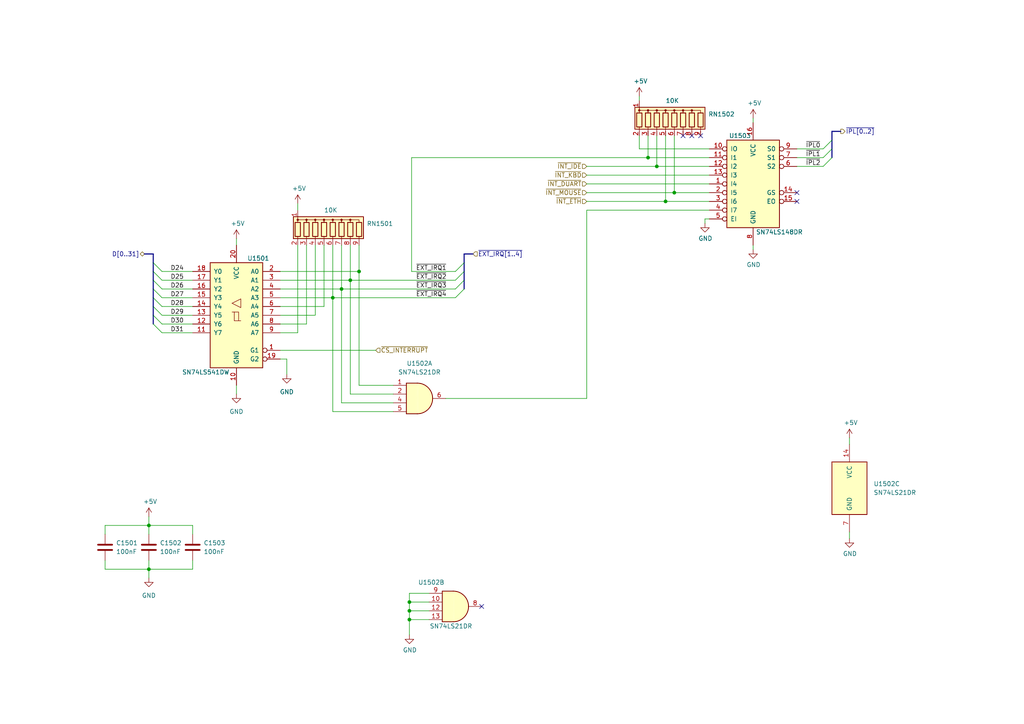
<source format=kicad_sch>
(kicad_sch (version 20211123) (generator eeschema)
  (paper "A4")
  (lib_symbols
    (symbol "74xx:74LS148" (pin_names (offset 1.016))
      (property "Reference" "U" (at -7.62 13.97 0))
      (property "Value" "74LS148" (at -7.62 -13.97 0))
      (symbol "74LS148_1_0"
        (pin input inverted (at -12.7 0 0) (length 5.08) (name "I4") (number "1"))
        (pin input inverted (at -12.7 10.16 0) (length 5.08) (name "IO") (number "10"))
        (pin input inverted (at -12.7 7.62 0) (length 5.08) (name "I1") (number "11"))
        (pin input inverted (at -12.7 5.08 0) (length 5.08) (name "I2") (number "12"))
        (pin input inverted (at -12.7 2.54 0) (length 5.08) (name "I3") (number "13"))
        (pin output inverted (at 12.7 -2.54 180) (length 5.08) (name "GS") (number "14"))
        (pin output inverted (at 12.7 -5.08 180) (length 5.08) (name "EO") (number "15"))
        (pin power_in line (at 0 17.78 270) (length 5.08) (name "VCC") (number "16"))
        (pin input inverted (at -12.7 -2.54 0) (length 5.08) (name "I5") (number "2"))
        (pin input inverted (at -12.7 -5.08 0) (length 5.08) (name "I6") (number "3"))
        (pin input inverted (at -12.7 -7.62 0) (length 5.08) (name "I7") (number "4"))
        (pin input inverted (at -12.7 -10.16 0) (length 5.08) (name "EI") (number "5"))
        (pin output inverted (at 12.7 5.08 180) (length 5.08) (name "S2") (number "6"))
        (pin output inverted (at 12.7 7.62 180) (length 5.08) (name "S1") (number "7"))
        (pin power_in line (at 0 -17.78 90) (length 5.08) (name "GND") (number "8"))
        (pin output inverted (at 12.7 10.16 180) (length 5.08) (name "S0") (number "9"))
      )
      (symbol "74LS148_1_1"
        (rectangle (start -7.62 12.7) (end 7.62 -12.7) (stroke (width 0.254)) (fill (type background)))
      )
    )
    (symbol "74xx:74LS21" (pin_names (offset 1.016))
      (property "Reference" "U" (at 0 1.27 0))
      (property "Value" "74LS21" (at 0 -1.27 0))
      (symbol "74LS21_1_1"
        (arc (start -0.635 -4.445) (mid 3.81 0) (end -0.635 4.445) (stroke (width 0.254)) (fill (type background)))
        (polyline (pts (xy -0.635 4.445) (xy -3.81 4.445) (xy -3.81 -4.445) (xy -0.635 -4.445)) (stroke (width 0.254)) (fill (type background)))
        (pin input line (at -7.62 3.81 0) (length 3.81) (name "~") (number "1"))
        (pin input line (at -7.62 1.27 0) (length 3.81) (name "~") (number "2"))
        (pin input line (at -7.62 -1.27 0) (length 3.81) (name "~") (number "4"))
        (pin input line (at -7.62 -3.81 0) (length 3.81) (name "~") (number "5"))
        (pin output line (at 7.62 0 180) (length 3.81) (name "~") (number "6"))
      )
      (symbol "74LS21_1_2"
        (arc (start -3.81 -4.445) (mid -2.5908 0) (end -3.81 4.445) (stroke (width 0.254)))
        (arc (start -0.6096 -4.445) (mid 2.2246 -2.8422) (end 3.81 0) (stroke (width 0.254)) (fill (type background)))
        (polyline (pts (xy -3.81 -4.445) (xy -0.635 -4.445)) (stroke (width 0.254)) (fill (type background)))
        (polyline (pts (xy -3.81 4.445) (xy -0.635 4.445)) (stroke (width 0.254)) (fill (type background)))
        (polyline (pts (xy -0.635 4.445) (xy -3.81 4.445) (xy -3.81 4.445) (xy -3.6322 4.0894) (xy -3.0988 2.921) (xy -2.7686 1.6764) (xy -2.6162 0.4318) (xy -2.6416 -0.8636) (xy -2.8702 -2.1082) (xy -3.2512 -3.3274) (xy -3.81 -4.445) (xy -3.81 -4.445) (xy -0.635 -4.445)) (stroke (width -25.4)) (fill (type background)))
        (arc (start 3.81 0) (mid 2.2204 2.8379) (end -0.6096 4.445) (stroke (width 0.254)) (fill (type background)))
        (pin input inverted (at -7.62 3.81 0) (length 3.81) (name "~") (number "1"))
        (pin input inverted (at -7.62 1.27 0) (length 4.826) (name "~") (number "2"))
        (pin input inverted (at -7.62 -1.27 0) (length 4.826) (name "~") (number "4"))
        (pin input inverted (at -7.62 -3.81 0) (length 3.81) (name "~") (number "5"))
        (pin output inverted (at 7.62 0 180) (length 3.81) (name "~") (number "6"))
      )
      (symbol "74LS21_2_1"
        (arc (start -0.635 -4.445) (mid 3.81 0) (end -0.635 4.445) (stroke (width 0.254)) (fill (type background)))
        (polyline (pts (xy -0.635 4.445) (xy -3.81 4.445) (xy -3.81 -4.445) (xy -0.635 -4.445)) (stroke (width 0.254)) (fill (type background)))
        (pin input line (at -7.62 1.27 0) (length 3.81) (name "~") (number "10"))
        (pin input line (at -7.62 -1.27 0) (length 3.81) (name "~") (number "12"))
        (pin input line (at -7.62 -3.81 0) (length 3.81) (name "~") (number "13"))
        (pin output line (at 7.62 0 180) (length 3.81) (name "~") (number "8"))
        (pin input line (at -7.62 3.81 0) (length 3.81) (name "~") (number "9"))
      )
      (symbol "74LS21_2_2"
        (arc (start -3.81 -4.445) (mid -2.5908 0) (end -3.81 4.445) (stroke (width 0.254)))
        (arc (start -0.6096 -4.445) (mid 2.2246 -2.8422) (end 3.81 0) (stroke (width 0.254)) (fill (type background)))
        (polyline (pts (xy -3.81 -4.445) (xy -0.635 -4.445)) (stroke (width 0.254)) (fill (type background)))
        (polyline (pts (xy -3.81 4.445) (xy -0.635 4.445)) (stroke (width 0.254)) (fill (type background)))
        (polyline (pts (xy -0.635 4.445) (xy -3.81 4.445) (xy -3.81 4.445) (xy -3.6322 4.0894) (xy -3.0988 2.921) (xy -2.7686 1.6764) (xy -2.6162 0.4318) (xy -2.6416 -0.8636) (xy -2.8702 -2.1082) (xy -3.2512 -3.3274) (xy -3.81 -4.445) (xy -3.81 -4.445) (xy -0.635 -4.445)) (stroke (width -25.4)) (fill (type background)))
        (arc (start 3.81 0) (mid 2.2204 2.8379) (end -0.6096 4.445) (stroke (width 0.254)) (fill (type background)))
        (pin input inverted (at -7.62 1.27 0) (length 4.826) (name "~") (number "10"))
        (pin input inverted (at -7.62 -1.27 0) (length 4.826) (name "~") (number "12"))
        (pin input inverted (at -7.62 -3.81 0) (length 3.81) (name "~") (number "13"))
        (pin output inverted (at 7.62 0 180) (length 3.81) (name "~") (number "8"))
        (pin input inverted (at -7.62 3.81 0) (length 3.81) (name "~") (number "9"))
      )
      (symbol "74LS21_3_0"
        (pin power_in line (at 0 12.7 270) (length 5.08) (name "VCC") (number "14"))
        (pin power_in line (at 0 -12.7 90) (length 5.08) (name "GND") (number "7"))
      )
      (symbol "74LS21_3_1"
        (rectangle (start -5.08 7.62) (end 5.08 -7.62) (stroke (width 0.254)) (fill (type background)))
      )
    )
    (symbol "74xx:74LS541" (pin_names (offset 1.016))
      (property "Reference" "U" (at -7.62 16.51 0))
      (property "Value" "74LS541" (at -7.62 -16.51 0))
      (symbol "74LS541_1_0"
        (polyline (pts (xy -0.635 -1.6002) (xy -0.635 0.9398) (xy 0.635 0.9398)))
        (polyline (pts (xy -1.27 -1.6002) (xy 0.635 -1.6002) (xy 0.635 0.9398) (xy 1.27 0.9398)))
        (polyline (pts (xy 1.27 3.4798) (xy -1.27 4.7498) (xy -1.27 2.2098) (xy 1.27 3.4798)) (stroke (width 0.1524)))
        (pin input inverted (at -12.7 -10.16 0) (length 5.08) (name "G1") (number "1"))
        (pin power_in line (at 0 -20.32 90) (length 5.08) (name "GND") (number "10"))
        (pin tri_state line (at 12.7 -5.08 180) (length 5.08) (name "Y7") (number "11"))
        (pin tri_state line (at 12.7 -2.54 180) (length 5.08) (name "Y6") (number "12"))
        (pin tri_state line (at 12.7 0 180) (length 5.08) (name "Y5") (number "13"))
        (pin tri_state line (at 12.7 2.54 180) (length 5.08) (name "Y4") (number "14"))
        (pin tri_state line (at 12.7 5.08 180) (length 5.08) (name "Y3") (number "15"))
        (pin tri_state line (at 12.7 7.62 180) (length 5.08) (name "Y2") (number "16"))
        (pin tri_state line (at 12.7 10.16 180) (length 5.08) (name "Y1") (number "17"))
        (pin tri_state line (at 12.7 12.7 180) (length 5.08) (name "Y0") (number "18"))
        (pin input inverted (at -12.7 -12.7 0) (length 5.08) (name "G2") (number "19"))
        (pin input line (at -12.7 12.7 0) (length 5.08) (name "A0") (number "2"))
        (pin power_in line (at 0 20.32 270) (length 5.08) (name "VCC") (number "20"))
        (pin input line (at -12.7 10.16 0) (length 5.08) (name "A1") (number "3"))
        (pin input line (at -12.7 7.62 0) (length 5.08) (name "A2") (number "4"))
        (pin input line (at -12.7 5.08 0) (length 5.08) (name "A3") (number "5"))
        (pin input line (at -12.7 2.54 0) (length 5.08) (name "A4") (number "6"))
        (pin input line (at -12.7 0 0) (length 5.08) (name "A5") (number "7"))
        (pin input line (at -12.7 -2.54 0) (length 5.08) (name "A6") (number "8"))
        (pin input line (at -12.7 -5.08 0) (length 5.08) (name "A7") (number "9"))
      )
      (symbol "74LS541_1_1"
        (rectangle (start -7.62 15.24) (end 7.62 -15.24) (stroke (width 0.254)) (fill (type background)))
      )
    )
    (symbol "Device:C" (pin_numbers hide) (pin_names (offset 0.254))
      (property "Reference" "C" (at 0.635 2.54 0))
      (property "Value" "C" (at 0.635 -2.54 0))
      (symbol "C_0_1"
        (polyline (pts (xy -2.032 -0.762) (xy 2.032 -0.762)) (stroke (width 0.508)))
        (polyline (pts (xy -2.032 0.762) (xy 2.032 0.762)) (stroke (width 0.508)))
      )
      (symbol "C_1_1"
        (pin passive line (at 0 3.81 270) (length 2.794) (name "~") (number "1"))
        (pin passive line (at 0 -3.81 90) (length 2.794) (name "~") (number "2"))
      )
    )
    (symbol "Device:R_Network08" (pin_names (offset 0) hide)
      (property "Reference" "RN" (at -12.7 0 90))
      (property "Value" "R_Network08" (at 10.16 0 90))
      (symbol "R_Network08_0_1"
        (rectangle (start -11.43 -3.175) (end 8.89 3.175) (stroke (width 0.254)) (fill (type background)))
        (rectangle (start -10.922 1.524) (end -9.398 -2.54) (stroke (width 0.254)))
        (circle (center -10.16 2.286) (radius 0.254) (fill (type outline)))
        (rectangle (start -8.382 1.524) (end -6.858 -2.54) (stroke (width 0.254)))
        (circle (center -7.62 2.286) (radius 0.254) (fill (type outline)))
        (rectangle (start -5.842 1.524) (end -4.318 -2.54) (stroke (width 0.254)))
        (circle (center -5.08 2.286) (radius 0.254) (fill (type outline)))
        (rectangle (start -3.302 1.524) (end -1.778 -2.54) (stroke (width 0.254)))
        (circle (center -2.54 2.286) (radius 0.254) (fill (type outline)))
        (rectangle (start -0.762 1.524) (end 0.762 -2.54) (stroke (width 0.254)))
        (polyline (pts (xy -10.16 -2.54) (xy -10.16 -3.81)))
        (polyline (pts (xy -7.62 -2.54) (xy -7.62 -3.81)))
        (polyline (pts (xy -5.08 -2.54) (xy -5.08 -3.81)))
        (polyline (pts (xy -2.54 -2.54) (xy -2.54 -3.81)))
        (polyline (pts (xy 0 -2.54) (xy 0 -3.81)))
        (polyline (pts (xy 2.54 -2.54) (xy 2.54 -3.81)))
        (polyline (pts (xy 5.08 -2.54) (xy 5.08 -3.81)))
        (polyline (pts (xy 7.62 -2.54) (xy 7.62 -3.81)))
        (polyline (pts (xy -10.16 1.524) (xy -10.16 2.286) (xy -7.62 2.286) (xy -7.62 1.524)))
        (polyline (pts (xy -7.62 1.524) (xy -7.62 2.286) (xy -5.08 2.286) (xy -5.08 1.524)))
        (polyline (pts (xy -5.08 1.524) (xy -5.08 2.286) (xy -2.54 2.286) (xy -2.54 1.524)))
        (polyline (pts (xy -2.54 1.524) (xy -2.54 2.286) (xy 0 2.286) (xy 0 1.524)))
        (polyline (pts (xy 0 1.524) (xy 0 2.286) (xy 2.54 2.286) (xy 2.54 1.524)))
        (polyline (pts (xy 2.54 1.524) (xy 2.54 2.286) (xy 5.08 2.286) (xy 5.08 1.524)))
        (polyline (pts (xy 5.08 1.524) (xy 5.08 2.286) (xy 7.62 2.286) (xy 7.62 1.524)))
        (circle (center 0 2.286) (radius 0.254) (fill (type outline)))
        (rectangle (start 1.778 1.524) (end 3.302 -2.54) (stroke (width 0.254)))
        (circle (center 2.54 2.286) (radius 0.254) (fill (type outline)))
        (rectangle (start 4.318 1.524) (end 5.842 -2.54) (stroke (width 0.254)))
        (circle (center 5.08 2.286) (radius 0.254) (fill (type outline)))
        (rectangle (start 6.858 1.524) (end 8.382 -2.54) (stroke (width 0.254)))
      )
      (symbol "R_Network08_1_1"
        (pin passive line (at -10.16 5.08 270) (length 2.54) (name "common") (number "1"))
        (pin passive line (at -10.16 -5.08 90) (length 1.27) (name "R1") (number "2"))
        (pin passive line (at -7.62 -5.08 90) (length 1.27) (name "R2") (number "3"))
        (pin passive line (at -5.08 -5.08 90) (length 1.27) (name "R3") (number "4"))
        (pin passive line (at -2.54 -5.08 90) (length 1.27) (name "R4") (number "5"))
        (pin passive line (at 0 -5.08 90) (length 1.27) (name "R5") (number "6"))
        (pin passive line (at 2.54 -5.08 90) (length 1.27) (name "R6") (number "7"))
        (pin passive line (at 5.08 -5.08 90) (length 1.27) (name "R7") (number "8"))
        (pin passive line (at 7.62 -5.08 90) (length 1.27) (name "R8") (number "9"))
      )
    )
    (symbol "power:+5V" (power) (pin_names (offset 0))
      (property "Value" "+5V" (at 0 3.556 0))
      (symbol "+5V_0_1"
        (polyline (pts (xy -0.762 1.27) (xy 0 2.54)))
        (polyline (pts (xy 0 0) (xy 0 2.54)))
        (polyline (pts (xy 0 2.54) (xy 0.762 1.27)))
      )
      (symbol "+5V_1_1"
        (pin power_in line (at 0 0 90) (length 0) hide (name "+5V") (number "1"))
      )
    )
    (symbol "power:GND" (power) (pin_names (offset 0))
      (property "Value" "GND" (at 0 -3.81 0))
      (symbol "GND_0_1"
        (polyline (pts (xy 0 0) (xy 0 -1.27) (xy 1.27 -1.27) (xy 0 -2.54) (xy -1.27 -1.27) (xy 0 -1.27)))
      )
      (symbol "GND_1_1"
        (pin power_in line (at 0 0 270) (length 0) hide (name "GND") (number "1"))
      )
    )
  )
  (junction (at 118.745 174.625))
  (junction (at 101.6 81.28))
  (junction (at 43.18 165.1))
  (junction (at 195.58 55.88))
  (junction (at 104.14 78.74))
  (junction (at 190.5 48.26))
  (junction (at 193.04 58.42))
  (junction (at 96.52 86.36))
  (junction (at 118.745 177.165))
  (junction (at 43.18 152.4))
  (junction (at 187.96 45.72))
  (junction (at 99.06 83.82))
  (junction (at 118.745 179.705))
  (no_connect (at 203.2 39.37))
  (no_connect (at 231.14 58.42))
  (no_connect (at 198.12 39.37))
  (no_connect (at 231.14 55.88))
  (no_connect (at 139.7 175.895))
  (no_connect (at 200.66 39.37))
  (bus_entry (at 44.45 86.36) (size 2.54 2.54))
  (bus_entry (at 134.62 81.28) (size -2.54 2.54))
  (bus_entry (at 134.62 78.74) (size -2.54 2.54))
  (bus_entry (at 44.45 83.82) (size 2.54 2.54))
  (bus_entry (at 238.76 43.18) (size 2.54 -2.54))
  (bus_entry (at 134.62 83.82) (size -2.54 2.54))
  (bus_entry (at 44.45 93.98) (size 2.54 2.54))
  (bus_entry (at 44.45 91.44) (size 2.54 2.54))
  (bus_entry (at 44.45 81.28) (size 2.54 2.54))
  (bus_entry (at 44.45 76.2) (size 2.54 2.54))
  (bus_entry (at 44.45 78.74) (size 2.54 2.54))
  (bus_entry (at 134.62 76.2) (size -2.54 2.54))
  (bus_entry (at 241.3 43.18) (size -2.54 2.54))
  (bus_entry (at 44.45 88.9) (size 2.54 2.54))
  (bus_entry (at 241.3 45.72) (size -2.54 2.54))
  (wire (pts (xy 170.18 55.88) (xy 195.58 55.88)))
  (bus (pts (xy 44.45 73.66) (xy 41.91 73.66)))
  (wire (pts (xy 43.18 162.56) (xy 43.18 165.1)))
  (wire (pts (xy 43.18 149.86) (xy 43.18 152.4)))
  (wire (pts (xy 99.06 83.82) (xy 99.06 116.84)))
  (wire (pts (xy 205.74 63.5) (xy 204.47 63.5)))
  (wire (pts (xy 129.286 115.57) (xy 170.18 115.57)))
  (wire (pts (xy 81.28 86.36) (xy 96.52 86.36)))
  (wire (pts (xy 101.6 71.12) (xy 101.6 81.28)))
  (wire (pts (xy 118.745 179.705) (xy 118.745 184.15)))
  (wire (pts (xy 118.745 174.625) (xy 124.46 174.625)))
  (bus (pts (xy 44.45 78.74) (xy 44.45 81.28)))
  (wire (pts (xy 55.88 86.36) (xy 46.99 86.36)))
  (wire (pts (xy 86.36 71.12) (xy 86.36 96.52)))
  (wire (pts (xy 170.18 48.26) (xy 190.5 48.26)))
  (wire (pts (xy 185.42 27.94) (xy 185.42 29.21)))
  (wire (pts (xy 81.28 88.9) (xy 93.98 88.9)))
  (wire (pts (xy 114.046 111.76) (xy 104.14 111.76)))
  (bus (pts (xy 241.3 40.64) (xy 241.3 43.18)))
  (bus (pts (xy 241.3 38.1) (xy 241.3 40.64)))
  (wire (pts (xy 246.38 127) (xy 246.38 128.905)))
  (wire (pts (xy 55.88 78.74) (xy 46.99 78.74)))
  (wire (pts (xy 55.88 91.44) (xy 46.99 91.44)))
  (bus (pts (xy 44.45 91.44) (xy 44.45 93.98)))
  (bus (pts (xy 44.45 73.66) (xy 44.45 76.2)))
  (bus (pts (xy 137.16 73.66) (xy 134.62 73.66)))
  (wire (pts (xy 118.745 177.165) (xy 118.745 174.625)))
  (wire (pts (xy 170.18 50.8) (xy 205.74 50.8)))
  (wire (pts (xy 170.18 60.96) (xy 170.18 115.57)))
  (wire (pts (xy 101.6 81.28) (xy 132.08 81.28)))
  (wire (pts (xy 55.88 162.56) (xy 55.88 165.1)))
  (wire (pts (xy 81.28 101.6) (xy 108.966 101.6)))
  (wire (pts (xy 238.76 45.72) (xy 231.14 45.72)))
  (wire (pts (xy 99.06 83.82) (xy 132.08 83.82)))
  (wire (pts (xy 187.96 39.37) (xy 187.96 45.72)))
  (wire (pts (xy 96.52 86.36) (xy 96.52 119.38)))
  (wire (pts (xy 185.42 43.18) (xy 205.74 43.18)))
  (wire (pts (xy 246.38 154.305) (xy 246.38 156.21)))
  (wire (pts (xy 193.04 39.37) (xy 193.04 58.42)))
  (wire (pts (xy 118.745 177.165) (xy 118.745 179.705)))
  (wire (pts (xy 55.88 152.4) (xy 55.88 154.94)))
  (wire (pts (xy 68.58 69.215) (xy 68.58 71.12)))
  (wire (pts (xy 218.44 72.39) (xy 218.44 71.12)))
  (wire (pts (xy 81.28 93.98) (xy 88.9 93.98)))
  (bus (pts (xy 241.3 43.18) (xy 241.3 45.72)))
  (wire (pts (xy 231.14 48.26) (xy 238.76 48.26)))
  (wire (pts (xy 83.185 104.14) (xy 81.28 104.14)))
  (wire (pts (xy 118.745 174.625) (xy 118.745 172.085)))
  (wire (pts (xy 55.88 81.28) (xy 46.99 81.28)))
  (wire (pts (xy 193.04 58.42) (xy 205.74 58.42)))
  (wire (pts (xy 88.9 71.12) (xy 88.9 93.98)))
  (wire (pts (xy 195.58 55.88) (xy 205.74 55.88)))
  (wire (pts (xy 55.88 96.52) (xy 46.99 96.52)))
  (wire (pts (xy 86.36 59.055) (xy 86.36 60.96)))
  (wire (pts (xy 93.98 71.12) (xy 93.98 88.9)))
  (wire (pts (xy 185.42 39.37) (xy 185.42 43.18)))
  (wire (pts (xy 231.14 43.18) (xy 238.76 43.18)))
  (bus (pts (xy 44.45 88.9) (xy 44.45 91.44)))
  (wire (pts (xy 190.5 39.37) (xy 190.5 48.26)))
  (wire (pts (xy 119.38 45.72) (xy 187.96 45.72)))
  (wire (pts (xy 30.48 165.1) (xy 43.18 165.1)))
  (wire (pts (xy 30.48 162.56) (xy 30.48 165.1)))
  (wire (pts (xy 104.14 111.76) (xy 104.14 78.74)))
  (wire (pts (xy 96.52 86.36) (xy 132.08 86.36)))
  (wire (pts (xy 55.88 88.9) (xy 46.99 88.9)))
  (wire (pts (xy 170.18 58.42) (xy 193.04 58.42)))
  (wire (pts (xy 118.745 172.085) (xy 124.46 172.085)))
  (bus (pts (xy 134.62 81.28) (xy 134.62 83.82)))
  (wire (pts (xy 81.28 91.44) (xy 91.44 91.44)))
  (wire (pts (xy 55.88 93.98) (xy 46.99 93.98)))
  (wire (pts (xy 99.06 116.84) (xy 114.046 116.84)))
  (bus (pts (xy 134.62 78.74) (xy 134.62 81.28)))
  (wire (pts (xy 101.6 114.3) (xy 101.6 81.28)))
  (wire (pts (xy 81.28 96.52) (xy 86.36 96.52)))
  (bus (pts (xy 134.62 73.66) (xy 134.62 76.2)))
  (bus (pts (xy 241.3 38.1) (xy 243.84 38.1)))
  (bus (pts (xy 44.45 86.36) (xy 44.45 88.9)))
  (wire (pts (xy 43.18 165.1) (xy 43.18 167.64)))
  (wire (pts (xy 187.96 45.72) (xy 205.74 45.72)))
  (wire (pts (xy 81.28 78.74) (xy 104.14 78.74)))
  (wire (pts (xy 81.28 81.28) (xy 101.6 81.28)))
  (wire (pts (xy 218.44 34.29) (xy 218.44 35.56)))
  (wire (pts (xy 195.58 39.37) (xy 195.58 55.88)))
  (wire (pts (xy 170.18 53.34) (xy 205.74 53.34)))
  (wire (pts (xy 83.185 108.585) (xy 83.185 104.14)))
  (wire (pts (xy 96.52 71.12) (xy 96.52 86.36)))
  (wire (pts (xy 104.14 71.12) (xy 104.14 78.74)))
  (wire (pts (xy 204.47 63.5) (xy 204.47 64.77)))
  (wire (pts (xy 124.46 179.705) (xy 118.745 179.705)))
  (wire (pts (xy 43.18 165.1) (xy 55.88 165.1)))
  (bus (pts (xy 44.45 83.82) (xy 44.45 86.36)))
  (bus (pts (xy 134.62 76.2) (xy 134.62 78.74)))
  (wire (pts (xy 119.38 78.74) (xy 132.08 78.74)))
  (wire (pts (xy 170.18 60.96) (xy 205.74 60.96)))
  (bus (pts (xy 44.45 81.28) (xy 44.45 83.82)))
  (bus (pts (xy 44.45 76.2) (xy 44.45 78.74)))
  (wire (pts (xy 43.18 152.4) (xy 43.18 154.94)))
  (wire (pts (xy 30.48 152.4) (xy 43.18 152.4)))
  (wire (pts (xy 114.046 114.3) (xy 101.6 114.3)))
  (wire (pts (xy 118.745 177.165) (xy 124.46 177.165)))
  (wire (pts (xy 68.58 111.76) (xy 68.58 114.3)))
  (wire (pts (xy 119.38 78.74) (xy 119.38 45.72)))
  (wire (pts (xy 81.28 83.82) (xy 99.06 83.82)))
  (wire (pts (xy 30.48 152.4) (xy 30.48 154.94)))
  (wire (pts (xy 43.18 152.4) (xy 55.88 152.4)))
  (wire (pts (xy 91.44 71.12) (xy 91.44 91.44)))
  (wire (pts (xy 55.88 83.82) (xy 46.99 83.82)))
  (wire (pts (xy 99.06 71.12) (xy 99.06 83.82)))
  (wire (pts (xy 96.52 119.38) (xy 114.046 119.38)))
  (wire (pts (xy 190.5 48.26) (xy 205.74 48.26)))
  (label "D28" (at 53.34 88.9 180))
  (label "~{EXT_IRQ3}" (at 129.54 83.82 180))
  (label "~{EXT_IRQ1}" (at 129.54 78.74 180))
  (label "~{IPL2}" (at 233.68 48.26 0))
  (label "~{IPL1}" (at 233.68 45.72 0))
  (label "D26" (at 53.34 83.82 180))
  (label "D25" (at 53.34 81.28 180))
  (label "D27" (at 53.34 86.36 180))
  (label "D24" (at 53.34 78.74 180))
  (label "~{IPL0}" (at 233.68 43.18 0))
  (label "D31" (at 53.34 96.52 180))
  (label "~{EXT_IRQ4}" (at 129.54 86.36 180))
  (label "D29" (at 53.34 91.44 180))
  (label "D30" (at 53.34 93.98 180))
  (label "~{EXT_IRQ2}" (at 129.54 81.28 180))
  (hierarchical_label "~{INT_DUART}" (shape input) (at 170.18 53.34 180))
  (hierarchical_label "~{IPL[0..2]}" (shape output) (at 243.84 38.1 0))
  (hierarchical_label "~{INT_MOUSE}" (shape input) (at 170.18 55.88 180))
  (hierarchical_label "~{EXT_IRQ[1..4]}" (shape input) (at 137.16 73.66 0))
  (hierarchical_label "~{INT_ETH}" (shape input) (at 170.18 58.42 180))
  (hierarchical_label "~{INT_KBD}" (shape input) (at 170.18 50.8 180))
  (hierarchical_label "~{CS_INTERRUPT}" (shape input) (at 108.966 101.6 0))
  (hierarchical_label "~{INT_IDE}" (shape input) (at 170.18 48.26 180))
  (hierarchical_label "D[0..31]" (shape bidirectional) (at 41.91 73.66 180))
  (symbol (lib_id "power:+5V") (at 185.42 27.94 0) (unit 1)
    (property "Reference" "#PWR01509" (effects hide))
    (property "Value" "+5V" (at 185.801 23.5458 0))
  )
  (symbol (lib_id "74xx:74LS541") (at 68.58 91.44 0) (mirror y) (unit 1)
    (property "Reference" "U1501" (at 74.93 74.93 0))
    (property "Value" "SN74LS541DW" (at 59.69 107.95 0))
    (property "Footprint" "Package_SO:SOIC-20W_7.5x12.8mm_P1.27mm" (effects hide))
    (property "Datasheet" "http://www.ti.com/lit/gpn/sn74LS541" (effects hide))
  )
  (symbol (lib_id "power:+5V") (at 43.18 149.86 0) (unit 1)
    (property "Reference" "#PWR01501" (effects hide))
    (property "Value" "+5V" (at 43.561 145.4658 0))
  )
  (symbol (lib_id "74xx:74LS148") (at 218.44 53.34 0) (unit 1)
    (property "Reference" "U1503" (at 214.63 39.37 0))
    (property "Value" "SN74LS148DR" (at 226.06 67.31 0))
    (property "Footprint" "Package_SO:SO-16_3.9x9.9mm_P1.27mm" (effects hide))
    (property "Datasheet" "http://www.ti.com/lit/gpn/sn74LS148" (effects hide))
  )
  (symbol (lib_id "74xx:74LS21") (at 121.666 115.57 0) (unit 1)
    (property "Reference" "U1502" (at 121.666 105.41 0))
    (property "Value" "SN74LS21DR" (at 121.666 107.95 0))
    (property "Footprint" "Package_SO:SOIC-14_3.9x8.7mm_P1.27mm" (effects hide))
    (property "Datasheet" "http://www.ti.com/lit/gpn/sn74LS21" (effects hide))
  )
  (symbol (lib_id "power:GND") (at 218.44 72.39 0) (unit 1)
    (property "Reference" "#PWR01512" (effects hide))
    (property "Value" "GND" (at 218.567 76.7842 0))
  )
  (symbol (lib_id "power:+5V") (at 68.58 69.215 0) (unit 1)
    (property "Reference" "#PWR01503" (effects hide))
    (property "Value" "+5V" (at 68.961 64.8208 0))
  )
  (symbol (lib_id "power:GND") (at 83.185 108.585 0) (unit 1)
    (property "Reference" "#PWR01505" (effects hide))
    (property "Value" "GND" (at 83.185 113.665 0))
  )
  (symbol (lib_id "power:+5V") (at 86.36 59.055 0) (unit 1)
    (property "Reference" "#PWR01506" (effects hide))
    (property "Value" "+5V" (at 86.741 54.6608 0))
  )
  (symbol (lib_id "power:GND") (at 43.18 167.64 0) (unit 1)
    (property "Reference" "#PWR01502" (effects hide))
    (property "Value" "GND" (at 43.18 172.72 0))
  )
  (symbol (lib_id "power:GND") (at 246.38 156.21 0) (unit 1)
    (property "Reference" "#PWR01514" (effects hide))
    (property "Value" "GND" (at 246.507 160.6042 0))
  )
  (symbol (lib_id "74xx:74LS21") (at 132.08 175.895 0) (unit 2)
    (property "Reference" "U1502" (at 125.095 168.91 0))
    (property "Value" "SN74LS21DR" (at 130.81 181.61 0))
    (property "Footprint" "Package_SO:SOIC-14_3.9x8.7mm_P1.27mm" (effects hide))
    (property "Datasheet" "http://www.ti.com/lit/gpn/sn74LS21" (effects hide))
  )
  (symbol (lib_id "power:+5V") (at 246.38 127 0) (unit 1)
    (property "Reference" "#PWR01513" (effects hide))
    (property "Value" "+5V" (at 246.761 122.6058 0))
  )
  (symbol (lib_id "power:+5V") (at 218.44 34.29 0) (unit 1)
    (property "Reference" "#PWR01511" (effects hide))
    (property "Value" "+5V" (at 218.821 29.8958 0))
  )
  (symbol (lib_id "Device:C") (at 30.48 158.75 0) (unit 1)
    (property "Reference" "C1501" (at 33.655 157.4799 0) (effects (justify left)))
    (property "Value" "100nF" (at 33.655 160.0199 0) (effects (justify left)))
    (property "Footprint" "Capacitor_SMD:C_0805_2012Metric" (effects hide))
  )
  (symbol (lib_id "power:GND") (at 204.47 64.77 0) (unit 1)
    (property "Reference" "#PWR01510" (effects hide))
    (property "Value" "GND" (at 204.597 69.1642 0))
  )
  (symbol (lib_id "Device:C") (at 43.18 158.75 0) (unit 1)
    (property "Reference" "C1502" (at 46.355 157.4799 0) (effects (justify left)))
    (property "Value" "100nF" (at 46.355 160.0199 0) (effects (justify left)))
    (property "Footprint" "Capacitor_SMD:C_0805_2012Metric" (effects hide))
  )
  (symbol (lib_id "Device:R_Network08") (at 96.52 66.04 0) (unit 1)
    (property "Reference" "RN1501" (at 106.3752 64.8716 0) (effects (justify left)))
    (property "Value" "10K" (at 93.98 60.96 0) (effects (justify left)))
    (property "Footprint" "Resistor_THT:R_Array_SIP9" (effects hide))
    (property "Datasheet" "http://www.vishay.com/docs/31509/csc.pdf" (effects hide))
  )
  (symbol (lib_id "power:GND") (at 118.745 184.15 0) (unit 1)
    (property "Reference" "#PWR01507" (effects hide))
    (property "Value" "GND" (at 118.872 188.5442 0))
  )
  (symbol (lib_id "Device:C") (at 55.88 158.75 0) (unit 1)
    (property "Reference" "C1503" (at 59.055 157.4799 0) (effects (justify left)))
    (property "Value" "100nF" (at 59.055 160.0199 0) (effects (justify left)))
    (property "Footprint" "Capacitor_SMD:C_0805_2012Metric" (effects hide))
  )
  (symbol (lib_id "power:GND") (at 68.58 114.3 0) (unit 1)
    (property "Reference" "#PWR01504" (effects hide))
    (property "Value" "GND" (at 68.58 119.38 0))
  )
  (symbol (lib_id "Device:R_Network08") (at 195.58 34.29 0) (unit 1)
    (property "Reference" "RN1502" (at 205.4352 33.1216 0) (effects (justify left)))
    (property "Value" "10K" (at 193.04 29.21 0) (effects (justify left)))
    (property "Footprint" "Resistor_THT:R_Array_SIP9" (effects hide))
    (property "Datasheet" "http://www.vishay.com/docs/31509/csc.pdf" (effects hide))
  )
  (symbol (lib_id "74xx:74LS21") (at 246.38 141.605 0) (unit 3)
    (property "Reference" "U1502" (at 253.365 140.3349 0) (effects (justify left)))
    (property "Value" "SN74LS21DR" (at 253.365 142.8749 0) (effects (justify left)))
    (property "Footprint" "Package_SO:SOIC-14_3.9x8.7mm_P1.27mm" (effects hide))
    (property "Datasheet" "http://www.ti.com/lit/gpn/sn74LS21" (effects hide))
  )
)
</source>
